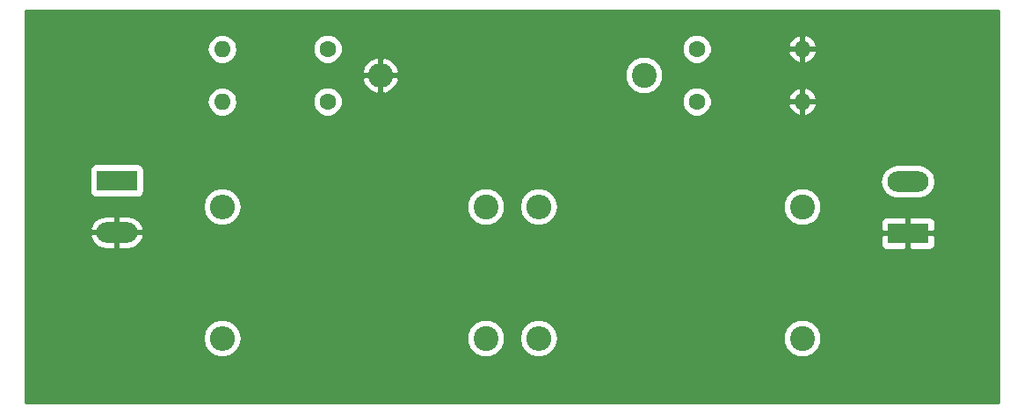
<source format=gbr>
G04 #@! TF.GenerationSoftware,KiCad,Pcbnew,(5.0.0)*
G04 #@! TF.CreationDate,2018-09-29T19:01:10+02:00*
G04 #@! TF.ProjectId,16db attenuator,3136646220617474656E7561746F722E,rev?*
G04 #@! TF.SameCoordinates,Original*
G04 #@! TF.FileFunction,Copper,L1,Top,Signal*
G04 #@! TF.FilePolarity,Positive*
%FSLAX46Y46*%
G04 Gerber Fmt 4.6, Leading zero omitted, Abs format (unit mm)*
G04 Created by KiCad (PCBNEW (5.0.0)) date 09/29/18 19:01:10*
%MOMM*%
%LPD*%
G01*
G04 APERTURE LIST*
G04 #@! TA.AperFunction,ComponentPad*
%ADD10R,3.960000X1.980000*%
G04 #@! TD*
G04 #@! TA.AperFunction,ComponentPad*
%ADD11O,3.960000X1.980000*%
G04 #@! TD*
G04 #@! TA.AperFunction,ComponentPad*
%ADD12O,2.400000X2.400000*%
G04 #@! TD*
G04 #@! TA.AperFunction,ComponentPad*
%ADD13C,2.400000*%
G04 #@! TD*
G04 #@! TA.AperFunction,ComponentPad*
%ADD14O,1.600000X1.600000*%
G04 #@! TD*
G04 #@! TA.AperFunction,ComponentPad*
%ADD15C,1.600000*%
G04 #@! TD*
G04 #@! TA.AperFunction,Conductor*
%ADD16C,0.254000*%
G04 #@! TD*
G04 APERTURE END LIST*
D10*
G04 #@! TO.P,J1,1*
G04 #@! TO.N,/INPUT*
X115570000Y-100330000D03*
D11*
G04 #@! TO.P,J1,2*
G04 #@! TO.N,GND*
X115570000Y-105330000D03*
G04 #@! TD*
G04 #@! TO.P,J2,2*
G04 #@! TO.N,/OUTPUT*
X191770000Y-100410000D03*
D10*
G04 #@! TO.P,J2,1*
G04 #@! TO.N,GND*
X191770000Y-105410000D03*
G04 #@! TD*
D12*
G04 #@! TO.P,R1,2*
G04 #@! TO.N,/INPUT*
X125730000Y-115570000D03*
D13*
G04 #@! TO.P,R1,1*
G04 #@! TO.N,Net-(R1-Pad1)*
X151130000Y-115570000D03*
G04 #@! TD*
G04 #@! TO.P,R2,1*
G04 #@! TO.N,/OUTPUT*
X181610000Y-115570000D03*
D12*
G04 #@! TO.P,R2,2*
G04 #@! TO.N,Net-(R1-Pad1)*
X156210000Y-115570000D03*
G04 #@! TD*
G04 #@! TO.P,R3,2*
G04 #@! TO.N,/INPUT*
X125730000Y-102870000D03*
D13*
G04 #@! TO.P,R3,1*
G04 #@! TO.N,Net-(R3-Pad1)*
X151130000Y-102870000D03*
G04 #@! TD*
G04 #@! TO.P,R4,1*
G04 #@! TO.N,/OUTPUT*
X181610000Y-102870000D03*
D12*
G04 #@! TO.P,R4,2*
G04 #@! TO.N,Net-(R3-Pad1)*
X156210000Y-102870000D03*
G04 #@! TD*
D14*
G04 #@! TO.P,R5,2*
G04 #@! TO.N,/INPUT*
X125730000Y-92710000D03*
D15*
G04 #@! TO.P,R5,1*
G04 #@! TO.N,/OUTPUT*
X135890000Y-92710000D03*
G04 #@! TD*
G04 #@! TO.P,R6,1*
G04 #@! TO.N,/OUTPUT*
X135890000Y-87630000D03*
D14*
G04 #@! TO.P,R6,2*
G04 #@! TO.N,/INPUT*
X125730000Y-87630000D03*
G04 #@! TD*
D12*
G04 #@! TO.P,R10,2*
G04 #@! TO.N,GND*
X140970000Y-90170000D03*
D13*
G04 #@! TO.P,R10,1*
G04 #@! TO.N,/OUTPUT*
X166370000Y-90170000D03*
G04 #@! TD*
D15*
G04 #@! TO.P,R11,1*
G04 #@! TO.N,/OUTPUT*
X171450000Y-92710000D03*
D14*
G04 #@! TO.P,R11,2*
G04 #@! TO.N,GND*
X181610000Y-92710000D03*
G04 #@! TD*
G04 #@! TO.P,R12,2*
G04 #@! TO.N,GND*
X181610000Y-87630000D03*
D15*
G04 #@! TO.P,R12,1*
G04 #@! TO.N,/OUTPUT*
X171450000Y-87630000D03*
G04 #@! TD*
D16*
G04 #@! TO.N,GND*
G36*
X200533000Y-121793000D02*
X106807000Y-121793000D01*
X106807000Y-115570000D01*
X123859051Y-115570000D01*
X124001469Y-116285981D01*
X124407039Y-116892961D01*
X125014019Y-117298531D01*
X125549273Y-117405000D01*
X125910727Y-117405000D01*
X126445981Y-117298531D01*
X127052961Y-116892961D01*
X127458531Y-116285981D01*
X127600949Y-115570000D01*
X127528345Y-115204996D01*
X149295000Y-115204996D01*
X149295000Y-115935004D01*
X149574362Y-116609444D01*
X150090556Y-117125638D01*
X150764996Y-117405000D01*
X151495004Y-117405000D01*
X152169444Y-117125638D01*
X152685638Y-116609444D01*
X152965000Y-115935004D01*
X152965000Y-115570000D01*
X154339051Y-115570000D01*
X154481469Y-116285981D01*
X154887039Y-116892961D01*
X155494019Y-117298531D01*
X156029273Y-117405000D01*
X156390727Y-117405000D01*
X156925981Y-117298531D01*
X157532961Y-116892961D01*
X157938531Y-116285981D01*
X158080949Y-115570000D01*
X158008345Y-115204996D01*
X179775000Y-115204996D01*
X179775000Y-115935004D01*
X180054362Y-116609444D01*
X180570556Y-117125638D01*
X181244996Y-117405000D01*
X181975004Y-117405000D01*
X182649444Y-117125638D01*
X183165638Y-116609444D01*
X183445000Y-115935004D01*
X183445000Y-115204996D01*
X183165638Y-114530556D01*
X182649444Y-114014362D01*
X181975004Y-113735000D01*
X181244996Y-113735000D01*
X180570556Y-114014362D01*
X180054362Y-114530556D01*
X179775000Y-115204996D01*
X158008345Y-115204996D01*
X157938531Y-114854019D01*
X157532961Y-114247039D01*
X156925981Y-113841469D01*
X156390727Y-113735000D01*
X156029273Y-113735000D01*
X155494019Y-113841469D01*
X154887039Y-114247039D01*
X154481469Y-114854019D01*
X154339051Y-115570000D01*
X152965000Y-115570000D01*
X152965000Y-115204996D01*
X152685638Y-114530556D01*
X152169444Y-114014362D01*
X151495004Y-113735000D01*
X150764996Y-113735000D01*
X150090556Y-114014362D01*
X149574362Y-114530556D01*
X149295000Y-115204996D01*
X127528345Y-115204996D01*
X127458531Y-114854019D01*
X127052961Y-114247039D01*
X126445981Y-113841469D01*
X125910727Y-113735000D01*
X125549273Y-113735000D01*
X125014019Y-113841469D01*
X124407039Y-114247039D01*
X124001469Y-114854019D01*
X123859051Y-115570000D01*
X106807000Y-115570000D01*
X106807000Y-105708865D01*
X112999782Y-105708865D01*
X113030095Y-105834528D01*
X113341149Y-106389246D01*
X113840807Y-106782703D01*
X114453000Y-106955000D01*
X115443000Y-106955000D01*
X115443000Y-105457000D01*
X115697000Y-105457000D01*
X115697000Y-106955000D01*
X116687000Y-106955000D01*
X117299193Y-106782703D01*
X117798851Y-106389246D01*
X118109905Y-105834528D01*
X118140218Y-105708865D01*
X118133997Y-105695750D01*
X189155000Y-105695750D01*
X189155000Y-106526309D01*
X189251673Y-106759698D01*
X189430301Y-106938327D01*
X189663690Y-107035000D01*
X191484250Y-107035000D01*
X191643000Y-106876250D01*
X191643000Y-105537000D01*
X191897000Y-105537000D01*
X191897000Y-106876250D01*
X192055750Y-107035000D01*
X193876310Y-107035000D01*
X194109699Y-106938327D01*
X194288327Y-106759698D01*
X194385000Y-106526309D01*
X194385000Y-105695750D01*
X194226250Y-105537000D01*
X191897000Y-105537000D01*
X191643000Y-105537000D01*
X189313750Y-105537000D01*
X189155000Y-105695750D01*
X118133997Y-105695750D01*
X118020740Y-105457000D01*
X115697000Y-105457000D01*
X115443000Y-105457000D01*
X113119260Y-105457000D01*
X112999782Y-105708865D01*
X106807000Y-105708865D01*
X106807000Y-104951135D01*
X112999782Y-104951135D01*
X113119260Y-105203000D01*
X115443000Y-105203000D01*
X115443000Y-103705000D01*
X115697000Y-103705000D01*
X115697000Y-105203000D01*
X118020740Y-105203000D01*
X118140218Y-104951135D01*
X118109905Y-104825472D01*
X117798851Y-104270754D01*
X117299193Y-103877297D01*
X116687000Y-103705000D01*
X115697000Y-103705000D01*
X115443000Y-103705000D01*
X114453000Y-103705000D01*
X113840807Y-103877297D01*
X113341149Y-104270754D01*
X113030095Y-104825472D01*
X112999782Y-104951135D01*
X106807000Y-104951135D01*
X106807000Y-102870000D01*
X123859051Y-102870000D01*
X124001469Y-103585981D01*
X124407039Y-104192961D01*
X125014019Y-104598531D01*
X125549273Y-104705000D01*
X125910727Y-104705000D01*
X126445981Y-104598531D01*
X127052961Y-104192961D01*
X127458531Y-103585981D01*
X127600949Y-102870000D01*
X127528345Y-102504996D01*
X149295000Y-102504996D01*
X149295000Y-103235004D01*
X149574362Y-103909444D01*
X150090556Y-104425638D01*
X150764996Y-104705000D01*
X151495004Y-104705000D01*
X152169444Y-104425638D01*
X152685638Y-103909444D01*
X152965000Y-103235004D01*
X152965000Y-102870000D01*
X154339051Y-102870000D01*
X154481469Y-103585981D01*
X154887039Y-104192961D01*
X155494019Y-104598531D01*
X156029273Y-104705000D01*
X156390727Y-104705000D01*
X156925981Y-104598531D01*
X157532961Y-104192961D01*
X157938531Y-103585981D01*
X158080949Y-102870000D01*
X158008345Y-102504996D01*
X179775000Y-102504996D01*
X179775000Y-103235004D01*
X180054362Y-103909444D01*
X180570556Y-104425638D01*
X181244996Y-104705000D01*
X181975004Y-104705000D01*
X182649444Y-104425638D01*
X182781391Y-104293691D01*
X189155000Y-104293691D01*
X189155000Y-105124250D01*
X189313750Y-105283000D01*
X191643000Y-105283000D01*
X191643000Y-103943750D01*
X191897000Y-103943750D01*
X191897000Y-105283000D01*
X194226250Y-105283000D01*
X194385000Y-105124250D01*
X194385000Y-104293691D01*
X194288327Y-104060302D01*
X194109699Y-103881673D01*
X193876310Y-103785000D01*
X192055750Y-103785000D01*
X191897000Y-103943750D01*
X191643000Y-103943750D01*
X191484250Y-103785000D01*
X189663690Y-103785000D01*
X189430301Y-103881673D01*
X189251673Y-104060302D01*
X189155000Y-104293691D01*
X182781391Y-104293691D01*
X183165638Y-103909444D01*
X183445000Y-103235004D01*
X183445000Y-102504996D01*
X183165638Y-101830556D01*
X182649444Y-101314362D01*
X181975004Y-101035000D01*
X181244996Y-101035000D01*
X180570556Y-101314362D01*
X180054362Y-101830556D01*
X179775000Y-102504996D01*
X158008345Y-102504996D01*
X157938531Y-102154019D01*
X157532961Y-101547039D01*
X156925981Y-101141469D01*
X156390727Y-101035000D01*
X156029273Y-101035000D01*
X155494019Y-101141469D01*
X154887039Y-101547039D01*
X154481469Y-102154019D01*
X154339051Y-102870000D01*
X152965000Y-102870000D01*
X152965000Y-102504996D01*
X152685638Y-101830556D01*
X152169444Y-101314362D01*
X151495004Y-101035000D01*
X150764996Y-101035000D01*
X150090556Y-101314362D01*
X149574362Y-101830556D01*
X149295000Y-102504996D01*
X127528345Y-102504996D01*
X127458531Y-102154019D01*
X127052961Y-101547039D01*
X126445981Y-101141469D01*
X125910727Y-101035000D01*
X125549273Y-101035000D01*
X125014019Y-101141469D01*
X124407039Y-101547039D01*
X124001469Y-102154019D01*
X123859051Y-102870000D01*
X106807000Y-102870000D01*
X106807000Y-99340000D01*
X112942560Y-99340000D01*
X112942560Y-101320000D01*
X112991843Y-101567765D01*
X113132191Y-101777809D01*
X113342235Y-101918157D01*
X113590000Y-101967440D01*
X117550000Y-101967440D01*
X117797765Y-101918157D01*
X118007809Y-101777809D01*
X118148157Y-101567765D01*
X118197440Y-101320000D01*
X118197440Y-100410000D01*
X189123165Y-100410000D01*
X189249284Y-101044043D01*
X189608441Y-101581559D01*
X190145957Y-101940716D01*
X190619955Y-102035000D01*
X192920045Y-102035000D01*
X193394043Y-101940716D01*
X193931559Y-101581559D01*
X194290716Y-101044043D01*
X194416835Y-100410000D01*
X194290716Y-99775957D01*
X193931559Y-99238441D01*
X193394043Y-98879284D01*
X192920045Y-98785000D01*
X190619955Y-98785000D01*
X190145957Y-98879284D01*
X189608441Y-99238441D01*
X189249284Y-99775957D01*
X189123165Y-100410000D01*
X118197440Y-100410000D01*
X118197440Y-99340000D01*
X118148157Y-99092235D01*
X118007809Y-98882191D01*
X117797765Y-98741843D01*
X117550000Y-98692560D01*
X113590000Y-98692560D01*
X113342235Y-98741843D01*
X113132191Y-98882191D01*
X112991843Y-99092235D01*
X112942560Y-99340000D01*
X106807000Y-99340000D01*
X106807000Y-92710000D01*
X124266887Y-92710000D01*
X124378260Y-93269909D01*
X124695423Y-93744577D01*
X125170091Y-94061740D01*
X125588667Y-94145000D01*
X125871333Y-94145000D01*
X126289909Y-94061740D01*
X126764577Y-93744577D01*
X127081740Y-93269909D01*
X127193113Y-92710000D01*
X127136336Y-92424561D01*
X134455000Y-92424561D01*
X134455000Y-92995439D01*
X134673466Y-93522862D01*
X135077138Y-93926534D01*
X135604561Y-94145000D01*
X136175439Y-94145000D01*
X136702862Y-93926534D01*
X137106534Y-93522862D01*
X137325000Y-92995439D01*
X137325000Y-92424561D01*
X170015000Y-92424561D01*
X170015000Y-92995439D01*
X170233466Y-93522862D01*
X170637138Y-93926534D01*
X171164561Y-94145000D01*
X171735439Y-94145000D01*
X172262862Y-93926534D01*
X172666534Y-93522862D01*
X172858655Y-93059039D01*
X180218096Y-93059039D01*
X180378959Y-93447423D01*
X180754866Y-93862389D01*
X181260959Y-94101914D01*
X181483000Y-93980629D01*
X181483000Y-92837000D01*
X181737000Y-92837000D01*
X181737000Y-93980629D01*
X181959041Y-94101914D01*
X182465134Y-93862389D01*
X182841041Y-93447423D01*
X183001904Y-93059039D01*
X182879915Y-92837000D01*
X181737000Y-92837000D01*
X181483000Y-92837000D01*
X180340085Y-92837000D01*
X180218096Y-93059039D01*
X172858655Y-93059039D01*
X172885000Y-92995439D01*
X172885000Y-92424561D01*
X172858656Y-92360961D01*
X180218096Y-92360961D01*
X180340085Y-92583000D01*
X181483000Y-92583000D01*
X181483000Y-91439371D01*
X181737000Y-91439371D01*
X181737000Y-92583000D01*
X182879915Y-92583000D01*
X183001904Y-92360961D01*
X182841041Y-91972577D01*
X182465134Y-91557611D01*
X181959041Y-91318086D01*
X181737000Y-91439371D01*
X181483000Y-91439371D01*
X181260959Y-91318086D01*
X180754866Y-91557611D01*
X180378959Y-91972577D01*
X180218096Y-92360961D01*
X172858656Y-92360961D01*
X172666534Y-91897138D01*
X172262862Y-91493466D01*
X171735439Y-91275000D01*
X171164561Y-91275000D01*
X170637138Y-91493466D01*
X170233466Y-91897138D01*
X170015000Y-92424561D01*
X137325000Y-92424561D01*
X137106534Y-91897138D01*
X136702862Y-91493466D01*
X136175439Y-91275000D01*
X135604561Y-91275000D01*
X135077138Y-91493466D01*
X134673466Y-91897138D01*
X134455000Y-92424561D01*
X127136336Y-92424561D01*
X127081740Y-92150091D01*
X126764577Y-91675423D01*
X126289909Y-91358260D01*
X125871333Y-91275000D01*
X125588667Y-91275000D01*
X125170091Y-91358260D01*
X124695423Y-91675423D01*
X124378260Y-92150091D01*
X124266887Y-92710000D01*
X106807000Y-92710000D01*
X106807000Y-90581805D01*
X139181805Y-90581805D01*
X139414358Y-91143258D01*
X139905224Y-91664492D01*
X140558193Y-91958203D01*
X140843000Y-91841858D01*
X140843000Y-90297000D01*
X141097000Y-90297000D01*
X141097000Y-91841858D01*
X141381807Y-91958203D01*
X142034776Y-91664492D01*
X142525642Y-91143258D01*
X142758195Y-90581805D01*
X142641432Y-90297000D01*
X141097000Y-90297000D01*
X140843000Y-90297000D01*
X139298568Y-90297000D01*
X139181805Y-90581805D01*
X106807000Y-90581805D01*
X106807000Y-89758195D01*
X139181805Y-89758195D01*
X139298568Y-90043000D01*
X140843000Y-90043000D01*
X140843000Y-88498142D01*
X141097000Y-88498142D01*
X141097000Y-90043000D01*
X142641432Y-90043000D01*
X142739007Y-89804996D01*
X164535000Y-89804996D01*
X164535000Y-90535004D01*
X164814362Y-91209444D01*
X165330556Y-91725638D01*
X166004996Y-92005000D01*
X166735004Y-92005000D01*
X167409444Y-91725638D01*
X167925638Y-91209444D01*
X168205000Y-90535004D01*
X168205000Y-89804996D01*
X167925638Y-89130556D01*
X167409444Y-88614362D01*
X166735004Y-88335000D01*
X166004996Y-88335000D01*
X165330556Y-88614362D01*
X164814362Y-89130556D01*
X164535000Y-89804996D01*
X142739007Y-89804996D01*
X142758195Y-89758195D01*
X142525642Y-89196742D01*
X142034776Y-88675508D01*
X141381807Y-88381797D01*
X141097000Y-88498142D01*
X140843000Y-88498142D01*
X140558193Y-88381797D01*
X139905224Y-88675508D01*
X139414358Y-89196742D01*
X139181805Y-89758195D01*
X106807000Y-89758195D01*
X106807000Y-87630000D01*
X124266887Y-87630000D01*
X124378260Y-88189909D01*
X124695423Y-88664577D01*
X125170091Y-88981740D01*
X125588667Y-89065000D01*
X125871333Y-89065000D01*
X126289909Y-88981740D01*
X126764577Y-88664577D01*
X127081740Y-88189909D01*
X127193113Y-87630000D01*
X127136336Y-87344561D01*
X134455000Y-87344561D01*
X134455000Y-87915439D01*
X134673466Y-88442862D01*
X135077138Y-88846534D01*
X135604561Y-89065000D01*
X136175439Y-89065000D01*
X136702862Y-88846534D01*
X137106534Y-88442862D01*
X137325000Y-87915439D01*
X137325000Y-87344561D01*
X170015000Y-87344561D01*
X170015000Y-87915439D01*
X170233466Y-88442862D01*
X170637138Y-88846534D01*
X171164561Y-89065000D01*
X171735439Y-89065000D01*
X172262862Y-88846534D01*
X172666534Y-88442862D01*
X172858655Y-87979039D01*
X180218096Y-87979039D01*
X180378959Y-88367423D01*
X180754866Y-88782389D01*
X181260959Y-89021914D01*
X181483000Y-88900629D01*
X181483000Y-87757000D01*
X181737000Y-87757000D01*
X181737000Y-88900629D01*
X181959041Y-89021914D01*
X182465134Y-88782389D01*
X182841041Y-88367423D01*
X183001904Y-87979039D01*
X182879915Y-87757000D01*
X181737000Y-87757000D01*
X181483000Y-87757000D01*
X180340085Y-87757000D01*
X180218096Y-87979039D01*
X172858655Y-87979039D01*
X172885000Y-87915439D01*
X172885000Y-87344561D01*
X172858656Y-87280961D01*
X180218096Y-87280961D01*
X180340085Y-87503000D01*
X181483000Y-87503000D01*
X181483000Y-86359371D01*
X181737000Y-86359371D01*
X181737000Y-87503000D01*
X182879915Y-87503000D01*
X183001904Y-87280961D01*
X182841041Y-86892577D01*
X182465134Y-86477611D01*
X181959041Y-86238086D01*
X181737000Y-86359371D01*
X181483000Y-86359371D01*
X181260959Y-86238086D01*
X180754866Y-86477611D01*
X180378959Y-86892577D01*
X180218096Y-87280961D01*
X172858656Y-87280961D01*
X172666534Y-86817138D01*
X172262862Y-86413466D01*
X171735439Y-86195000D01*
X171164561Y-86195000D01*
X170637138Y-86413466D01*
X170233466Y-86817138D01*
X170015000Y-87344561D01*
X137325000Y-87344561D01*
X137106534Y-86817138D01*
X136702862Y-86413466D01*
X136175439Y-86195000D01*
X135604561Y-86195000D01*
X135077138Y-86413466D01*
X134673466Y-86817138D01*
X134455000Y-87344561D01*
X127136336Y-87344561D01*
X127081740Y-87070091D01*
X126764577Y-86595423D01*
X126289909Y-86278260D01*
X125871333Y-86195000D01*
X125588667Y-86195000D01*
X125170091Y-86278260D01*
X124695423Y-86595423D01*
X124378260Y-87070091D01*
X124266887Y-87630000D01*
X106807000Y-87630000D01*
X106807000Y-83947000D01*
X200533000Y-83947000D01*
X200533000Y-121793000D01*
X200533000Y-121793000D01*
G37*
X200533000Y-121793000D02*
X106807000Y-121793000D01*
X106807000Y-115570000D01*
X123859051Y-115570000D01*
X124001469Y-116285981D01*
X124407039Y-116892961D01*
X125014019Y-117298531D01*
X125549273Y-117405000D01*
X125910727Y-117405000D01*
X126445981Y-117298531D01*
X127052961Y-116892961D01*
X127458531Y-116285981D01*
X127600949Y-115570000D01*
X127528345Y-115204996D01*
X149295000Y-115204996D01*
X149295000Y-115935004D01*
X149574362Y-116609444D01*
X150090556Y-117125638D01*
X150764996Y-117405000D01*
X151495004Y-117405000D01*
X152169444Y-117125638D01*
X152685638Y-116609444D01*
X152965000Y-115935004D01*
X152965000Y-115570000D01*
X154339051Y-115570000D01*
X154481469Y-116285981D01*
X154887039Y-116892961D01*
X155494019Y-117298531D01*
X156029273Y-117405000D01*
X156390727Y-117405000D01*
X156925981Y-117298531D01*
X157532961Y-116892961D01*
X157938531Y-116285981D01*
X158080949Y-115570000D01*
X158008345Y-115204996D01*
X179775000Y-115204996D01*
X179775000Y-115935004D01*
X180054362Y-116609444D01*
X180570556Y-117125638D01*
X181244996Y-117405000D01*
X181975004Y-117405000D01*
X182649444Y-117125638D01*
X183165638Y-116609444D01*
X183445000Y-115935004D01*
X183445000Y-115204996D01*
X183165638Y-114530556D01*
X182649444Y-114014362D01*
X181975004Y-113735000D01*
X181244996Y-113735000D01*
X180570556Y-114014362D01*
X180054362Y-114530556D01*
X179775000Y-115204996D01*
X158008345Y-115204996D01*
X157938531Y-114854019D01*
X157532961Y-114247039D01*
X156925981Y-113841469D01*
X156390727Y-113735000D01*
X156029273Y-113735000D01*
X155494019Y-113841469D01*
X154887039Y-114247039D01*
X154481469Y-114854019D01*
X154339051Y-115570000D01*
X152965000Y-115570000D01*
X152965000Y-115204996D01*
X152685638Y-114530556D01*
X152169444Y-114014362D01*
X151495004Y-113735000D01*
X150764996Y-113735000D01*
X150090556Y-114014362D01*
X149574362Y-114530556D01*
X149295000Y-115204996D01*
X127528345Y-115204996D01*
X127458531Y-114854019D01*
X127052961Y-114247039D01*
X126445981Y-113841469D01*
X125910727Y-113735000D01*
X125549273Y-113735000D01*
X125014019Y-113841469D01*
X124407039Y-114247039D01*
X124001469Y-114854019D01*
X123859051Y-115570000D01*
X106807000Y-115570000D01*
X106807000Y-105708865D01*
X112999782Y-105708865D01*
X113030095Y-105834528D01*
X113341149Y-106389246D01*
X113840807Y-106782703D01*
X114453000Y-106955000D01*
X115443000Y-106955000D01*
X115443000Y-105457000D01*
X115697000Y-105457000D01*
X115697000Y-106955000D01*
X116687000Y-106955000D01*
X117299193Y-106782703D01*
X117798851Y-106389246D01*
X118109905Y-105834528D01*
X118140218Y-105708865D01*
X118133997Y-105695750D01*
X189155000Y-105695750D01*
X189155000Y-106526309D01*
X189251673Y-106759698D01*
X189430301Y-106938327D01*
X189663690Y-107035000D01*
X191484250Y-107035000D01*
X191643000Y-106876250D01*
X191643000Y-105537000D01*
X191897000Y-105537000D01*
X191897000Y-106876250D01*
X192055750Y-107035000D01*
X193876310Y-107035000D01*
X194109699Y-106938327D01*
X194288327Y-106759698D01*
X194385000Y-106526309D01*
X194385000Y-105695750D01*
X194226250Y-105537000D01*
X191897000Y-105537000D01*
X191643000Y-105537000D01*
X189313750Y-105537000D01*
X189155000Y-105695750D01*
X118133997Y-105695750D01*
X118020740Y-105457000D01*
X115697000Y-105457000D01*
X115443000Y-105457000D01*
X113119260Y-105457000D01*
X112999782Y-105708865D01*
X106807000Y-105708865D01*
X106807000Y-104951135D01*
X112999782Y-104951135D01*
X113119260Y-105203000D01*
X115443000Y-105203000D01*
X115443000Y-103705000D01*
X115697000Y-103705000D01*
X115697000Y-105203000D01*
X118020740Y-105203000D01*
X118140218Y-104951135D01*
X118109905Y-104825472D01*
X117798851Y-104270754D01*
X117299193Y-103877297D01*
X116687000Y-103705000D01*
X115697000Y-103705000D01*
X115443000Y-103705000D01*
X114453000Y-103705000D01*
X113840807Y-103877297D01*
X113341149Y-104270754D01*
X113030095Y-104825472D01*
X112999782Y-104951135D01*
X106807000Y-104951135D01*
X106807000Y-102870000D01*
X123859051Y-102870000D01*
X124001469Y-103585981D01*
X124407039Y-104192961D01*
X125014019Y-104598531D01*
X125549273Y-104705000D01*
X125910727Y-104705000D01*
X126445981Y-104598531D01*
X127052961Y-104192961D01*
X127458531Y-103585981D01*
X127600949Y-102870000D01*
X127528345Y-102504996D01*
X149295000Y-102504996D01*
X149295000Y-103235004D01*
X149574362Y-103909444D01*
X150090556Y-104425638D01*
X150764996Y-104705000D01*
X151495004Y-104705000D01*
X152169444Y-104425638D01*
X152685638Y-103909444D01*
X152965000Y-103235004D01*
X152965000Y-102870000D01*
X154339051Y-102870000D01*
X154481469Y-103585981D01*
X154887039Y-104192961D01*
X155494019Y-104598531D01*
X156029273Y-104705000D01*
X156390727Y-104705000D01*
X156925981Y-104598531D01*
X157532961Y-104192961D01*
X157938531Y-103585981D01*
X158080949Y-102870000D01*
X158008345Y-102504996D01*
X179775000Y-102504996D01*
X179775000Y-103235004D01*
X180054362Y-103909444D01*
X180570556Y-104425638D01*
X181244996Y-104705000D01*
X181975004Y-104705000D01*
X182649444Y-104425638D01*
X182781391Y-104293691D01*
X189155000Y-104293691D01*
X189155000Y-105124250D01*
X189313750Y-105283000D01*
X191643000Y-105283000D01*
X191643000Y-103943750D01*
X191897000Y-103943750D01*
X191897000Y-105283000D01*
X194226250Y-105283000D01*
X194385000Y-105124250D01*
X194385000Y-104293691D01*
X194288327Y-104060302D01*
X194109699Y-103881673D01*
X193876310Y-103785000D01*
X192055750Y-103785000D01*
X191897000Y-103943750D01*
X191643000Y-103943750D01*
X191484250Y-103785000D01*
X189663690Y-103785000D01*
X189430301Y-103881673D01*
X189251673Y-104060302D01*
X189155000Y-104293691D01*
X182781391Y-104293691D01*
X183165638Y-103909444D01*
X183445000Y-103235004D01*
X183445000Y-102504996D01*
X183165638Y-101830556D01*
X182649444Y-101314362D01*
X181975004Y-101035000D01*
X181244996Y-101035000D01*
X180570556Y-101314362D01*
X180054362Y-101830556D01*
X179775000Y-102504996D01*
X158008345Y-102504996D01*
X157938531Y-102154019D01*
X157532961Y-101547039D01*
X156925981Y-101141469D01*
X156390727Y-101035000D01*
X156029273Y-101035000D01*
X155494019Y-101141469D01*
X154887039Y-101547039D01*
X154481469Y-102154019D01*
X154339051Y-102870000D01*
X152965000Y-102870000D01*
X152965000Y-102504996D01*
X152685638Y-101830556D01*
X152169444Y-101314362D01*
X151495004Y-101035000D01*
X150764996Y-101035000D01*
X150090556Y-101314362D01*
X149574362Y-101830556D01*
X149295000Y-102504996D01*
X127528345Y-102504996D01*
X127458531Y-102154019D01*
X127052961Y-101547039D01*
X126445981Y-101141469D01*
X125910727Y-101035000D01*
X125549273Y-101035000D01*
X125014019Y-101141469D01*
X124407039Y-101547039D01*
X124001469Y-102154019D01*
X123859051Y-102870000D01*
X106807000Y-102870000D01*
X106807000Y-99340000D01*
X112942560Y-99340000D01*
X112942560Y-101320000D01*
X112991843Y-101567765D01*
X113132191Y-101777809D01*
X113342235Y-101918157D01*
X113590000Y-101967440D01*
X117550000Y-101967440D01*
X117797765Y-101918157D01*
X118007809Y-101777809D01*
X118148157Y-101567765D01*
X118197440Y-101320000D01*
X118197440Y-100410000D01*
X189123165Y-100410000D01*
X189249284Y-101044043D01*
X189608441Y-101581559D01*
X190145957Y-101940716D01*
X190619955Y-102035000D01*
X192920045Y-102035000D01*
X193394043Y-101940716D01*
X193931559Y-101581559D01*
X194290716Y-101044043D01*
X194416835Y-100410000D01*
X194290716Y-99775957D01*
X193931559Y-99238441D01*
X193394043Y-98879284D01*
X192920045Y-98785000D01*
X190619955Y-98785000D01*
X190145957Y-98879284D01*
X189608441Y-99238441D01*
X189249284Y-99775957D01*
X189123165Y-100410000D01*
X118197440Y-100410000D01*
X118197440Y-99340000D01*
X118148157Y-99092235D01*
X118007809Y-98882191D01*
X117797765Y-98741843D01*
X117550000Y-98692560D01*
X113590000Y-98692560D01*
X113342235Y-98741843D01*
X113132191Y-98882191D01*
X112991843Y-99092235D01*
X112942560Y-99340000D01*
X106807000Y-99340000D01*
X106807000Y-92710000D01*
X124266887Y-92710000D01*
X124378260Y-93269909D01*
X124695423Y-93744577D01*
X125170091Y-94061740D01*
X125588667Y-94145000D01*
X125871333Y-94145000D01*
X126289909Y-94061740D01*
X126764577Y-93744577D01*
X127081740Y-93269909D01*
X127193113Y-92710000D01*
X127136336Y-92424561D01*
X134455000Y-92424561D01*
X134455000Y-92995439D01*
X134673466Y-93522862D01*
X135077138Y-93926534D01*
X135604561Y-94145000D01*
X136175439Y-94145000D01*
X136702862Y-93926534D01*
X137106534Y-93522862D01*
X137325000Y-92995439D01*
X137325000Y-92424561D01*
X170015000Y-92424561D01*
X170015000Y-92995439D01*
X170233466Y-93522862D01*
X170637138Y-93926534D01*
X171164561Y-94145000D01*
X171735439Y-94145000D01*
X172262862Y-93926534D01*
X172666534Y-93522862D01*
X172858655Y-93059039D01*
X180218096Y-93059039D01*
X180378959Y-93447423D01*
X180754866Y-93862389D01*
X181260959Y-94101914D01*
X181483000Y-93980629D01*
X181483000Y-92837000D01*
X181737000Y-92837000D01*
X181737000Y-93980629D01*
X181959041Y-94101914D01*
X182465134Y-93862389D01*
X182841041Y-93447423D01*
X183001904Y-93059039D01*
X182879915Y-92837000D01*
X181737000Y-92837000D01*
X181483000Y-92837000D01*
X180340085Y-92837000D01*
X180218096Y-93059039D01*
X172858655Y-93059039D01*
X172885000Y-92995439D01*
X172885000Y-92424561D01*
X172858656Y-92360961D01*
X180218096Y-92360961D01*
X180340085Y-92583000D01*
X181483000Y-92583000D01*
X181483000Y-91439371D01*
X181737000Y-91439371D01*
X181737000Y-92583000D01*
X182879915Y-92583000D01*
X183001904Y-92360961D01*
X182841041Y-91972577D01*
X182465134Y-91557611D01*
X181959041Y-91318086D01*
X181737000Y-91439371D01*
X181483000Y-91439371D01*
X181260959Y-91318086D01*
X180754866Y-91557611D01*
X180378959Y-91972577D01*
X180218096Y-92360961D01*
X172858656Y-92360961D01*
X172666534Y-91897138D01*
X172262862Y-91493466D01*
X171735439Y-91275000D01*
X171164561Y-91275000D01*
X170637138Y-91493466D01*
X170233466Y-91897138D01*
X170015000Y-92424561D01*
X137325000Y-92424561D01*
X137106534Y-91897138D01*
X136702862Y-91493466D01*
X136175439Y-91275000D01*
X135604561Y-91275000D01*
X135077138Y-91493466D01*
X134673466Y-91897138D01*
X134455000Y-92424561D01*
X127136336Y-92424561D01*
X127081740Y-92150091D01*
X126764577Y-91675423D01*
X126289909Y-91358260D01*
X125871333Y-91275000D01*
X125588667Y-91275000D01*
X125170091Y-91358260D01*
X124695423Y-91675423D01*
X124378260Y-92150091D01*
X124266887Y-92710000D01*
X106807000Y-92710000D01*
X106807000Y-90581805D01*
X139181805Y-90581805D01*
X139414358Y-91143258D01*
X139905224Y-91664492D01*
X140558193Y-91958203D01*
X140843000Y-91841858D01*
X140843000Y-90297000D01*
X141097000Y-90297000D01*
X141097000Y-91841858D01*
X141381807Y-91958203D01*
X142034776Y-91664492D01*
X142525642Y-91143258D01*
X142758195Y-90581805D01*
X142641432Y-90297000D01*
X141097000Y-90297000D01*
X140843000Y-90297000D01*
X139298568Y-90297000D01*
X139181805Y-90581805D01*
X106807000Y-90581805D01*
X106807000Y-89758195D01*
X139181805Y-89758195D01*
X139298568Y-90043000D01*
X140843000Y-90043000D01*
X140843000Y-88498142D01*
X141097000Y-88498142D01*
X141097000Y-90043000D01*
X142641432Y-90043000D01*
X142739007Y-89804996D01*
X164535000Y-89804996D01*
X164535000Y-90535004D01*
X164814362Y-91209444D01*
X165330556Y-91725638D01*
X166004996Y-92005000D01*
X166735004Y-92005000D01*
X167409444Y-91725638D01*
X167925638Y-91209444D01*
X168205000Y-90535004D01*
X168205000Y-89804996D01*
X167925638Y-89130556D01*
X167409444Y-88614362D01*
X166735004Y-88335000D01*
X166004996Y-88335000D01*
X165330556Y-88614362D01*
X164814362Y-89130556D01*
X164535000Y-89804996D01*
X142739007Y-89804996D01*
X142758195Y-89758195D01*
X142525642Y-89196742D01*
X142034776Y-88675508D01*
X141381807Y-88381797D01*
X141097000Y-88498142D01*
X140843000Y-88498142D01*
X140558193Y-88381797D01*
X139905224Y-88675508D01*
X139414358Y-89196742D01*
X139181805Y-89758195D01*
X106807000Y-89758195D01*
X106807000Y-87630000D01*
X124266887Y-87630000D01*
X124378260Y-88189909D01*
X124695423Y-88664577D01*
X125170091Y-88981740D01*
X125588667Y-89065000D01*
X125871333Y-89065000D01*
X126289909Y-88981740D01*
X126764577Y-88664577D01*
X127081740Y-88189909D01*
X127193113Y-87630000D01*
X127136336Y-87344561D01*
X134455000Y-87344561D01*
X134455000Y-87915439D01*
X134673466Y-88442862D01*
X135077138Y-88846534D01*
X135604561Y-89065000D01*
X136175439Y-89065000D01*
X136702862Y-88846534D01*
X137106534Y-88442862D01*
X137325000Y-87915439D01*
X137325000Y-87344561D01*
X170015000Y-87344561D01*
X170015000Y-87915439D01*
X170233466Y-88442862D01*
X170637138Y-88846534D01*
X171164561Y-89065000D01*
X171735439Y-89065000D01*
X172262862Y-88846534D01*
X172666534Y-88442862D01*
X172858655Y-87979039D01*
X180218096Y-87979039D01*
X180378959Y-88367423D01*
X180754866Y-88782389D01*
X181260959Y-89021914D01*
X181483000Y-88900629D01*
X181483000Y-87757000D01*
X181737000Y-87757000D01*
X181737000Y-88900629D01*
X181959041Y-89021914D01*
X182465134Y-88782389D01*
X182841041Y-88367423D01*
X183001904Y-87979039D01*
X182879915Y-87757000D01*
X181737000Y-87757000D01*
X181483000Y-87757000D01*
X180340085Y-87757000D01*
X180218096Y-87979039D01*
X172858655Y-87979039D01*
X172885000Y-87915439D01*
X172885000Y-87344561D01*
X172858656Y-87280961D01*
X180218096Y-87280961D01*
X180340085Y-87503000D01*
X181483000Y-87503000D01*
X181483000Y-86359371D01*
X181737000Y-86359371D01*
X181737000Y-87503000D01*
X182879915Y-87503000D01*
X183001904Y-87280961D01*
X182841041Y-86892577D01*
X182465134Y-86477611D01*
X181959041Y-86238086D01*
X181737000Y-86359371D01*
X181483000Y-86359371D01*
X181260959Y-86238086D01*
X180754866Y-86477611D01*
X180378959Y-86892577D01*
X180218096Y-87280961D01*
X172858656Y-87280961D01*
X172666534Y-86817138D01*
X172262862Y-86413466D01*
X171735439Y-86195000D01*
X171164561Y-86195000D01*
X170637138Y-86413466D01*
X170233466Y-86817138D01*
X170015000Y-87344561D01*
X137325000Y-87344561D01*
X137106534Y-86817138D01*
X136702862Y-86413466D01*
X136175439Y-86195000D01*
X135604561Y-86195000D01*
X135077138Y-86413466D01*
X134673466Y-86817138D01*
X134455000Y-87344561D01*
X127136336Y-87344561D01*
X127081740Y-87070091D01*
X126764577Y-86595423D01*
X126289909Y-86278260D01*
X125871333Y-86195000D01*
X125588667Y-86195000D01*
X125170091Y-86278260D01*
X124695423Y-86595423D01*
X124378260Y-87070091D01*
X124266887Y-87630000D01*
X106807000Y-87630000D01*
X106807000Y-83947000D01*
X200533000Y-83947000D01*
X200533000Y-121793000D01*
G04 #@! TD*
M02*

</source>
